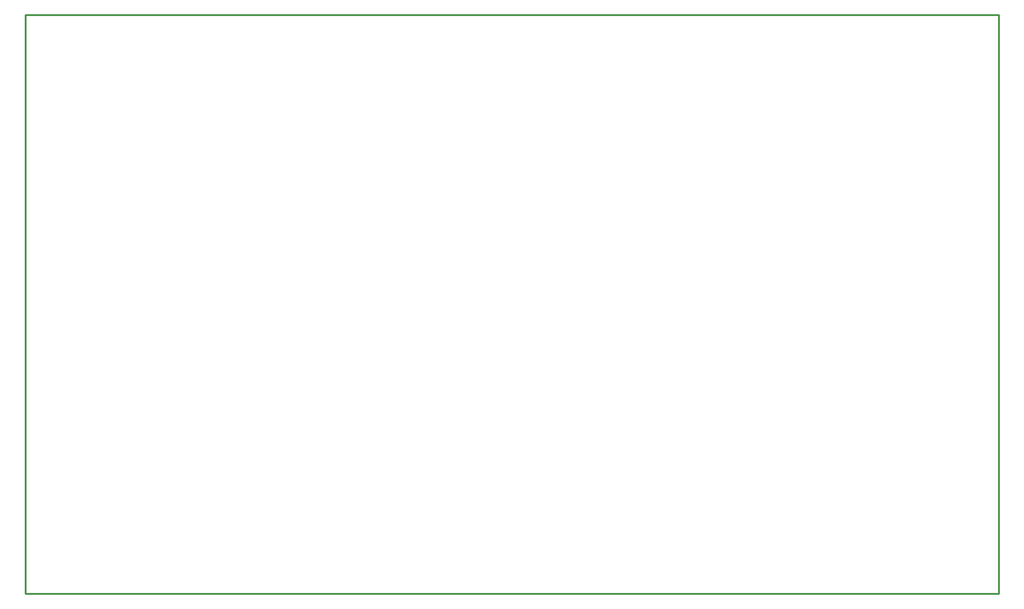
<source format=gbr>
G04 EAGLE Gerber RS-274X export*
G75*
%MOMM*%
%FSLAX34Y34*%
%LPD*%
%IN*%
%IPPOS*%
%AMOC8*
5,1,8,0,0,1.08239X$1,22.5*%
G01*
G04 Define Apertures*
%ADD10C,0.254000*%
D10*
X-50000Y0D02*
X1283500Y0D01*
X1283500Y793750D01*
X-50000Y793750D01*
X-50000Y0D01*
M02*

</source>
